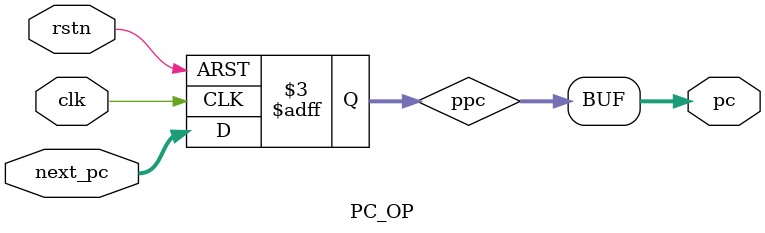
<source format=sv>
module PC_OP(
    input clk,
    input rstn,
    output [63:0] pc,
    input [63:0] next_pc
);
    logic [63:0] ppc;
    always@(posedge clk or negedge rstn)begin
        if(~rstn)begin
            ppc = 64'b0;
        end
        else begin
        ppc = next_pc;
    end
    end
    assign pc = ppc;
endmodule
</source>
